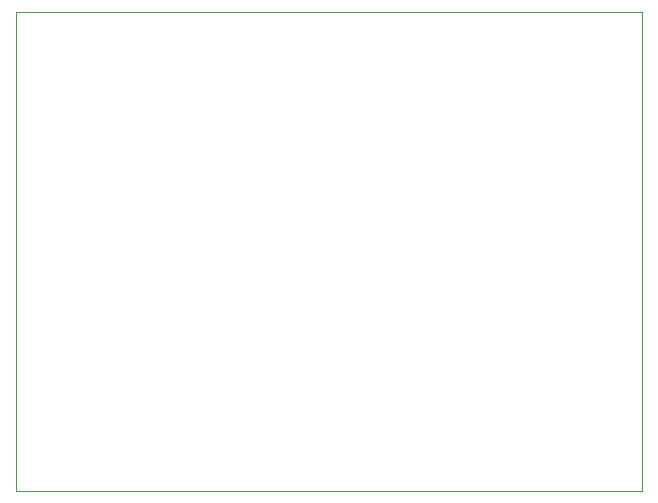
<source format=gm1>
G04 #@! TF.GenerationSoftware,KiCad,Pcbnew,8.0.2*
G04 #@! TF.CreationDate,2024-05-03T14:22:57+02:00*
G04 #@! TF.ProjectId,Simon elab V2,53696d6f-6e20-4656-9c61-622056322e6b,rev?*
G04 #@! TF.SameCoordinates,Original*
G04 #@! TF.FileFunction,Profile,NP*
%FSLAX46Y46*%
G04 Gerber Fmt 4.6, Leading zero omitted, Abs format (unit mm)*
G04 Created by KiCad (PCBNEW 8.0.2) date 2024-05-03 14:22:57*
%MOMM*%
%LPD*%
G01*
G04 APERTURE LIST*
G04 #@! TA.AperFunction,Profile*
%ADD10C,0.050000*%
G04 #@! TD*
G04 APERTURE END LIST*
D10*
X100000000Y-100000000D02*
X153000000Y-100000000D01*
X153000000Y-140500000D01*
X100000000Y-140500000D01*
X100000000Y-100000000D01*
M02*

</source>
